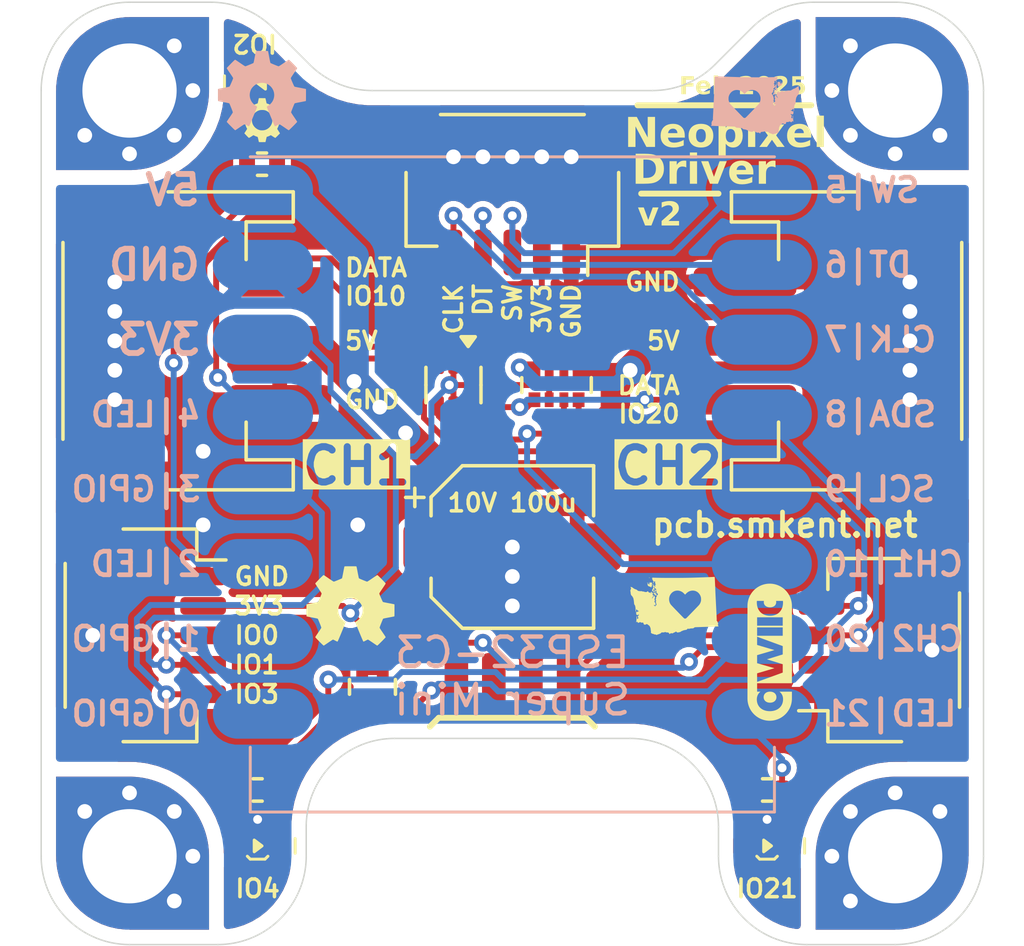
<source format=kicad_pcb>
(kicad_pcb (version 20240108) (generator "pcbnew") (generator_version "8.0")
  (layers (0 "F.Cu" signal) (31 "B.Cu" signal) (34 "B.Paste" user) (35 "F.Paste" user) (36 "B.SilkS" user "B.Silkscreen") (37 "F.SilkS" user "F.Silkscreen") (38 "B.Mask" user) (39 "F.Mask" user) (44 "Edge.Cuts" user))
  (net 0 "")
  (net 1 "GND")
  (net 2 "+3V3")
  (net 3 "+5V")
  (net 4 "SDA")
  (net 5 "SCL")
  (net 6 "NEOPIXEL_1_DATA_5V")
  (net 7 "NEOPIXEL_2_DATA_5V")
  (net 8 "ENCODER_CLK")
  (net 9 "ENCODER_BUTTON")
  (net 10 "ENCODER_DT")
  (net 11 "NEOPIXEL_1_DATA_3V3")
  (net 12 "NEOPIXEL_2_DATA_3V3")
  (net 13 "STATUS_LED")
  (net 14 "Net-(LED0-A)")
  (net 15 "IO1{slash}DT{slash}LOAD")
  (net 16 "Net-(LED1-A)")
  (net 17 "IO0{slash}SW{slash}DATA")
  (net 18 "Net-(LED2-A)")
  (net 19 "IO3{slash}CLK")
  (net 20 "GPIO4")
  (net 21 "GPIO21")
  (footprint "graphics:icon-gear-1.5mm" (layer "F.Cu") (at 95.5 24)
    (property "Reference" "G***" (hide yes))
    (property "Value" "LOGO" (hide yes))
  )
  (footprint "graphics:wa-state-heart-3mm" (layer "F.Cu") (at 109.5 40.5)
    (property "Reference" "G***" (hide yes))
    (property "Value" "LOGO" (hide yes))
  )
  (footprint "connector:JST_SH_SM05B-SRSS-TB_1x05-1MP_P1.00mm_Horizontal" (layer "F.Cu") (at 104 26.5 180)
    (property "Reference" "J4")
    (property "Value" "JST SH")
    (pad "1" smd roundrect (at -2 -2 180) (size 0.6 1.55) (layers "F.Cu" "F.Paste" "F.Mask") (net 1 "GND"))
    (pad "2" smd roundrect (at -1 -2 180) (size 0.6 1.55) (layers "F.Cu" "F.Paste" "F.Mask") (net 2 "+3V3"))
    (pad "3" smd roundrect (at 0 -2 180) (size 0.6 1.55) (layers "F.Cu" "F.Paste" "F.Mask") (net 9 "ENCODER_BUTTON"))
    (pad "4" smd roundrect (at 1 -2 180) (size 0.6 1.55) (layers "F.Cu" "F.Paste" "F.Mask") (net 10 "ENCODER_DT"))
    (pad "5" smd roundrect (at 2 -2 180) (size 0.6 1.55) (layers "F.Cu" "F.Paste" "F.Mask") (net 8 "ENCODER_CLK"))
    (pad "MP" smd roundrect (at -3.3 1.875 180) (size 1.2 1.8) (layers "F.Cu" "F.Paste" "F.Mask") (roundrect_rratio 0.208333) (net 1 "GND"))
    (pad "MP" smd roundrect (at 3.3 1.875 180) (size 1.2 1.8) (layers "F.Cu" "F.Paste" "F.Mask") (roundrect_rratio 0.208333) (net 1 "GND"))
  )
  (footprint "Capacitor_SMD:CP_Elec_5x5.4" (layer "F.Cu") (at 104 38.5)
    (property "Reference" "C1" (hide yes))
    (property "Value" "100u")
    (pad "1" smd roundrect (at -2.2 0) (size 3 1.6) (layers "F.Cu" "F.Paste" "F.Mask") (roundrect_rratio 0.15625) (net 3 "+5V"))
    (pad "2" smd roundrect (at 2.2 0) (size 3 1.6) (layers "F.Cu" "F.Paste" "F.Mask") (roundrect_rratio 0.15625) (net 1 "GND"))
  )
  (footprint "discrete:LED_SideEmitter_1.7x1.1mm" (layer "F.Cu") (at 112.65 48.65 180)
    (property "Reference" "LED2" (hide yes))
    (property "Value" "XL-1606UGC")
    (pad "1" smd roundrect (at -0.8 0 270) (size 0.8 0.7) (layers "F.Cu" "F.Paste" "F.Mask") (net 1 "GND"))
    (pad "2" smd roundrect (at 0.8 0 270) (size 0.8 0.7) (layers "F.Cu" "F.Paste" "F.Mask") (net 18 "Net-(LED2-A)"))
  )
  (footprint "connector:STEMMA-Signal-SMD-horizontal" (layer "F.Cu") (at 114.75 31.5 90)
    (property "Reference" "J3" (hide yes))
    (property "Value" "STEMMA-Signal")
    (pad "1" smd roundrect (at -2 -2.85 90) (size 1 3.5) (layers "F.Cu" "F.Paste" "F.Mask") (net 7 "NEOPIXEL_2_DATA_5V"))
    (pad "2" smd roundrect (at 0 -2.85 90) (size 1 3.5) (layers "F.Cu" "F.Paste" "F.Mask") (net 3 "+5V"))
    (pad "3" smd roundrect (at 2 -2.85 90) (size 1 3.5) (layers "F.Cu" "F.Paste" "F.Mask") (net 1 "GND"))
    (pad "MP" smd roundrect (at -4.35 2.9 90) (size 1.5 3.4) (layers "F.Cu" "F.Paste" "F.Mask") (roundrect_rratio 0.166667) (net 1 "GND"))
    (pad "MP" smd roundrect (at 4.35 2.9 90) (size 1.5 3.4) (layers "F.Cu" "F.Paste" "F.Mask") (roundrect_rratio 0.166667) (net 1 "GND"))
  )
  (footprint "mechanical:MountingHole_3.2mm_M3_5.4mm_Pad_Via_corner" (layer "F.Cu") (at 91 49)
    (property "Reference" "REF**" (hide yes))
    (property "Value" "MountingHole_3.2mm_M3_5.4mm_Pad_Via_corner" (hide yes))
    (pad "1" thru_hole circle (at -1.52 -1.52) (size 0.6 0.6) (drill 0.5) (layers "*.Cu" "*.Mask"))
    (pad "1" thru_hole circle (at 0 -2.15) (size 0.6 0.6) (drill 0.5) (layers "*.Cu" "*.Mask"))
    (pad "1" thru_hole custom (at 0 0) (size 4.99 5) (drill 3.2) (layers "*.Cu" "*.Mask") (clearance 0.5) (options (clearance outline) (anchor circle)) (primitives (gr_poly (pts (arc (start 2.7 0) (mid 1.909188 -1.909188) (end 0 -2.7)) (xy -2.495 -2.7) (xy -2.495 0) (xy 0 2.495) (xy 2.7 2.495)) (width 0) (fill yes))))
    (pad "1" thru_hole circle (at 1.52 -1.52) (size 0.6 0.6) (drill 0.5) (layers "*.Cu" "*.Mask"))
    (pad "1" thru_hole circle (at 1.52 1.52) (size 0.6 0.6) (drill 0.5) (layers "*.Cu" "*.Mask"))
    (pad "1" thru_hole circle (at 2.15 0) (size 0.6 0.6) (drill 0.5) (layers "*.Cu" "*.Mask"))
  )
  (footprint "mechanical:MountingHole_3.2mm_M3_5.4mm_Pad_Via_corner" (layer "F.Cu") (at 91 23 -90)
    (property "Reference" "REF**" (hide yes))
    (property "Value" "MountingHole_3.2mm_M3_5.4mm_Pad_Via_corner" (hide yes))
    (pad "1" thru_hole circle (at -1.52 -1.52 270) (size 0.6 0.6) (drill 0.5) (layers "*.Cu" "*.Mask"))
    (pad "1" thru_hole circle (at 0 -2.15 270) (size 0.6 0.6) (drill 0.5) (layers "*.Cu" "*.Mask"))
    (pad "1" thru_hole custom (at 0 0 270) (size 4.99 5) (drill 3.2) (layers "*.Cu" "*.Mask") (clearance 0.5) (options (clearance outline) (anchor circle)) (primitives (gr_poly (pts (arc (start 2.7 0) (mid 1.909188 -1.909188) (end 0 -2.7)) (xy -2.495 -2.7) (xy -2.495 0) (xy 0 2.495) (xy 2.7 2.495)) (width 0) (fill yes))))
    (pad "1" thru_hole circle (at 1.52 -1.52 270) (size 0.6 0.6) (drill 0.5) (layers "*.Cu" "*.Mask"))
    (pad "1" thru_hole circle (at 1.52 1.52 270) (size 0.6 0.6) (drill 0.5) (layers "*.Cu" "*.Mask"))
    (pad "1" thru_hole circle (at 2.15 0 270) (size 0.6 0.6) (drill 0.5) (layers "*.Cu" "*.Mask"))
  )
  (footprint "mechanical:MountingHole_3.2mm_M3_5.4mm_Pad_Via_corner" (layer "F.Cu") (at 117 49 90)
    (property "Reference" "REF**" (hide yes))
    (property "Value" "MountingHole_3.2mm_M3_5.4mm_Pad_Via_corner" (hide yes))
    (pad "1" thru_hole circle (at -1.52 -1.52 90) (size 0.6 0.6) (drill 0.5) (layers "*.Cu" "*.Mask"))
    (pad "1" thru_hole circle (at 0 -2.15 90) (size 0.6 0.6) (drill 0.5) (layers "*.Cu" "*.Mask"))
    (pad "1" thru_hole custom (at 0 0 90) (size 4.99 5) (drill 3.2) (layers "*.Cu" "*.Mask") (clearance 0.5) (options (clearance outline) (anchor circle)) (primitives (gr_poly (pts (arc (start 2.7 0) (mid 1.909188 -1.909188) (end 0 -2.7)) (xy -2.495 -2.7) (xy -2.495 0) (xy 0 2.495) (xy 2.7 2.495)) (width 0) (fill yes))))
    (pad "1" thru_hole circle (at 1.52 -1.52 90) (size 0.6 0.6) (drill 0.5) (layers "*.Cu" "*.Mask"))
    (pad "1" thru_hole circle (at 1.52 1.52 90) (size 0.6 0.6) (drill 0.5) (layers "*.Cu" "*.Mask"))
    (pad "1" thru_hole circle (at 2.15 0 90) (size 0.6 0.6) (drill 0.5) (layers "*.Cu" "*.Mask"))
  )
  (footprint "connector:Qwiic-SMD-horizontal-logo" (layer "F.Cu") (at 116.5 42 90)
    (property "Reference" "J1" (hide yes))
    (property "Value" "Qwiic")
    (pad "1" smd roundrect (at -1.5 -2 90) (size 0.6 1.55) (layers "F.Cu" "F.Paste" "F.Mask") (net 1 "GND"))
    (pad "2" smd roundrect (at -0.5 -2 90) (size 0.6 1.55) (layers "F.Cu" "F.Paste" "F.Mask") (net 2 "+3V3"))
    (pad "3" smd roundrect (at 0.5 -2 90) (size 0.6 1.55) (layers "F.Cu" "F.Paste" "F.Mask") (net 4 "SDA"))
    (pad "4" smd roundrect (at 1.5 -2 90) (size 0.6 1.55) (layers "F.Cu" "F.Paste" "F.Mask") (net 5 "SCL"))
    (pad "MP" smd roundrect (at -2.8 1.875 90) (size 1.2 1.8) (layers "F.Cu" "F.Paste" "F.Mask") (roundrect_rratio 0.208333) (net 1 "GND"))
    (pad "MP" smd roundrect (at 2.8 1.875 90) (size 1.2 1.8) (layers "F.Cu" "F.Paste" "F.Mask") (roundrect_rratio 0.208333) (net 1 "GND"))
  )
  (footprint "Resistor_SMD:R_Array_Convex_2x0402" (layer "F.Cu") (at 99.25 43.25 90)
    (property "Reference" "RN2" (hide yes))
    (property "Value" "5K36")
    (pad "1" smd rect (at -0.5 -0.35 90) (size 0.5 0.4) (layers "F.Cu" "F.Paste" "F.Mask") (net 4 "SDA"))
    (pad "2" smd rect (at -0.5 0.35 90) (size 0.5 0.4) (layers "F.Cu" "F.Paste" "F.Mask") (net 5 "SCL"))
    (pad "3" smd rect (at 0.5 0.35 90) (size 0.5 0.4) (layers "F.Cu" "F.Paste" "F.Mask") (net 2 "+3V3"))
    (pad "4" smd rect (at 0.5 -0.35 90) (size 0.5 0.4) (layers "F.Cu" "F.Paste" "F.Mask") (net 2 "+3V3"))
  )
  (footprint "Resistor_SMD:R_Array_Convex_4x0402" (layer "F.Cu") (at 105.5 33 90)
    (property "Reference" "RN1" (hide yes))
    (property "Value" "10K")
    (pad "1" smd rect (at -0.5 -0.75 90) (size 0.5 0.4) (layers "F.Cu" "F.Paste" "F.Mask") (net 7 "NEOPIXEL_2_DATA_5V"))
    (pad "2" smd rect (at -0.5 -0.25 90) (size 0.5 0.3) (layers "F.Cu" "F.Paste" "F.Mask") (net 2 "+3V3"))
    (pad "3" smd rect (at -0.5 0.25 90) (size 0.5 0.3) (layers "F.Cu" "F.Paste" "F.Mask") (net 11 "NEOPIXEL_1_DATA_3V3"))
    (pad "4" smd rect (at -0.5 0.75 90) (size 0.5 0.4) (layers "F.Cu" "F.Paste" "F.Mask") (net 6 "NEOPIXEL_1_DATA_5V"))
    (pad "5" smd rect (at 0.5 0.75 90) (size 0.5 0.4) (layers "F.Cu" "F.Paste" "F.Mask") (net 3 "+5V"))
    (pad "6" smd rect (at 0.5 0.25 90) (size 0.5 0.3) (layers "F.Cu" "F.Paste" "F.Mask") (net 2 "+3V3"))
    (pad "7" smd rect (at 0.5 -0.25 90) (size 0.5 0.3) (layers "F.Cu" "F.Paste" "F.Mask") (net 12 "NEOPIXEL_2_DATA_3V3"))
    (pad "8" smd rect (at 0.5 -0.75 90) (size 0.5 0.4) (layers "F.Cu" "F.Paste" "F.Mask") (net 3 "+5V"))
  )
  (footprint "connector:STEMMA-Signal-SMD-horizontal" (layer "F.Cu") (at 93.25 31.5 -90)
    (property "Reference" "J2" (hide yes))
    (property "Value" "STEMMA-Signal")
    (pad "1" smd roundrect (at -2 -2.85 270) (size 1 3.5) (layers "F.Cu" "F.Paste" "F.Mask") (net 6 "NEOPIXEL_1_DATA_5V"))
    (pad "2" smd roundrect (at 0 -2.85 270) (size 1 3.5) (layers "F.Cu" "F.Paste" "F.Mask") (net 3 "+5V"))
    (pad "3" smd roundrect (at 2 -2.85 270) (size 1 3.5) (layers "F.Cu" "F.Paste" "F.Mask") (net 1 "GND"))
    (pad "MP" smd roundrect (at -4.35 2.9 270) (size 1.5 3.4) (layers "F.Cu" "F.Paste" "F.Mask") (roundrect_rratio 0.166667) (net 1 "GND"))
    (pad "MP" smd roundrect (at 4.35 2.9 270) (size 1.5 3.4) (layers "F.Cu" "F.Paste" "F.Mask") (roundrect_rratio 0.166667) (net 1 "GND"))
  )
  (footprint "discrete:LED_SideEmitter_1.7x1.1mm" (layer "F.Cu") (at 95.35 48.65 180)
    (property "Reference" "LED1" (hide yes))
    (property "Value" "XL-1606UBC")
    (pad "1" smd roundrect (at -0.8 0 270) (size 0.8 0.7) (layers "F.Cu" "F.Paste" "F.Mask") (net 1 "GND"))
    (pad "2" smd roundrect (at 0.8 0 270) (size 0.8 0.7) (layers "F.Cu" "F.Paste" "F.Mask") (net 16 "Net-(LED1-A)"))
  )
  (footprint "discrete:LED_SideEmitter_1.7x1.1mm" (layer "F.Cu") (at 95.5 22.75)
    (property "Reference" "LED0" (hide yes))
    (property "Value" "XL-1606UWC")
    (pad "1" smd roundrect (at -0.8 0 90) (size 0.8 0.7) (layers "F.Cu" "F.Paste" "F.Mask") (net 1 "GND"))
    (pad "2" smd roundrect (at 0.8 0 90) (size 0.8 0.7) (layers "F.Cu" "F.Paste" "F.Mask") (net 14 "Net-(LED0-A)"))
  )
  (footprint "Resistor_SMD:R_0402_1005Metric" (layer "F.Cu") (at 95.35 46.75 180)
    (property "Reference" "R1" (hide yes))
    (property "Value" "5K1")
    (pad "1" smd roundrect (at -0.51 0 180) (size 0.54 0.64) (layers "F.Cu" "F.Paste" "F.Mask") (net 20 "GPIO4"))
    (pad "2" smd roundrect (at 0.51 0 180) (size 0.54 0.64) (layers "F.Cu" "F.Paste" "F.Mask") (net 16 "Net-(LED1-A)"))
  )
  (footprint "Resistor_SMD:R_0402_1005Metric" (layer "F.Cu") (at 112.65 46.75 180)
    (property "Reference" "R2" (hide yes))
    (property "Value" "10K")
    (pad "1" smd roundrect (at -0.51 0 180) (size 0.54 0.64) (layers "F.Cu" "F.Paste" "F.Mask") (net 21 "GPIO21"))
    (pad "2" smd roundrect (at 0.51 0 180) (size 0.54 0.64) (layers "F.Cu" "F.Paste" "F.Mask") (net 18 "Net-(LED2-A)"))
  )
  (footprint "discrete:Sensor_VEML7700-TR" (layer "F.Cu") (at 104 43 180)
    (property "Reference" "U1" (hide yes))
    (property "Value" "VEML7700")
    (pad "1" smd roundrect (at 1.9 0 180) (size 0.8 1.8) (layers "F.Cu" "F.Paste" "F.Mask") (net 5 "SCL"))
    (pad "2" smd roundrect (at 0.63 0 180) (size 0.8 1.8) (layers "F.Cu" "F.Paste" "F.Mask") (net 2 "+3V3"))
    (pad "3" smd roundrect (at -0.63 0 180) (size 0.8 1.8) (layers "F.Cu" "F.Paste" "F.Mask") (net 1 "GND"))
    (pad "4" smd roundrect (at -1.91 0 180) (size 0.8 1.8) (layers "F.Cu" "F.Paste" "F.Mask") (net 4 "SDA"))
  )
  (footprint "Package_TO_SOT_SMD:SOT-563" (layer "F.Cu") (at 102 33 -90)
    (property "Reference" "Q1" (hide yes))
    (property "Value" "PDNM6ET20V05")
    (pad "1" smd roundrect (at -0.7125 -0.5 270) (size 0.675 0.35) (layers "F.Cu" "F.Paste" "F.Mask") (net 12 "NEOPIXEL_2_DATA_3V3"))
    (pad "2" smd roundrect (at -0.7125 0 270) (size 0.675 0.35) (layers "F.Cu" "F.Paste" "F.Mask") (net 2 "+3V3"))
    (pad "3" smd roundrect (at -0.7125 0.5 270) (size 0.675 0.35) (layers "F.Cu" "F.Paste" "F.Mask") (net 6 "NEOPIXEL_1_DATA_5V"))
    (pad "4" smd roundrect (at 0.7125 0.5 270) (size 0.675 0.35) (layers "F.Cu" "F.Paste" "F.Mask") (net 11 "NEOPIXEL_1_DATA_3V3"))
    (pad "5" smd roundrect (at 0.7125 0 270) (size 0.675 0.35) (layers "F.Cu" "F.Paste" "F.Mask") (net 2 "+3V3"))
    (pad "6" smd roundrect (at 0.7125 -0.5 270) (size 0.675 0.35) (layers "F.Cu" "F.Paste" "F.Mask") (net 7 "NEOPIXEL_2_DATA_5V"))
  )
  (footprint "connector:JST_SH_SM05B-SRSS-TB_1x05-1MP_P1.00mm_Horizontal" (layer "F.Cu") (at 91.5 41.5 -90)
    (property "Reference" "J5")
    (property "Value" "JST SH")
    (pad "1" smd roundrect (at -2 -2 270) (size 0.6 1.55) (layers "F.Cu" "F.Paste" "F.Mask") (net 1 "GND"))
    (pad "2" smd roundrect (at -1 -2 270) (size 0.6 1.55) (layers "F.Cu" "F.Paste" "F.Mask") (net 2 "+3V3"))
    (pad "3" smd roundrect (at 0 -2 270) (size 0.6 1.55) (layers "F.Cu" "F.Paste" "F.Mask") (net 17 "IO0{slash}SW{slash}DATA"))
    (pad "4" smd roundrect (at 1 -2 270) (size 0.6 1.55) (layers "F.Cu" "F.Paste" "F.Mask") (net 15 "IO1{slash}DT{slash}LOAD"))
    (pad "5" smd roundrect (at 2 -2 270) (size 0.6 1.55) (layers "F.Cu" "F.Paste" "F.Mask") (net 19 "IO3{slash}CLK"))
    (pad "MP" smd roundrect (at -3.3 1.875 270) (size 1.2 1.8) (layers "F.Cu" "F.Paste" "F.Mask") (roundrect_rratio 0.208333) (net 1 "GND"))
    (pad "MP" smd roundrect (at 3.3 1.875 270) (size 1.2 1.8) (layers "F.Cu" "F.Paste" "F.Mask") (roundrect_rratio 0.208333) (net 1 "GND"))
  )
  (footprint "graphics:oshw-logo-3mm" (layer "F.Cu") (at 98.5 40.5)
    (property "Reference" "G***" (hide yes))
    (property "Value" "LOGO" (hide yes))
  )
  (footprint "Resistor_SMD:R_0402_1005Metric" (layer "F.Cu") (at 95.5 25.5)
    (property "Reference" "R0" (hide yes))
    (property "Value" "5K1")
    (pad "1" smd roundrect (at -0.51 0) (size 0.54 0.64) (layers "F.Cu" "F.Paste" "F.Mask") (net 13 "STATUS_LED"))
    (pad "2" smd roundrect (at 0.51 0) (size 0.54 0.64) (layers "F.Cu" "F.Paste" "F.Mask") (net 14 "Net-(LED0-A)"))
  )
  (footprint "mechanical:MountingHole_3.2mm_M3_5.4mm_Pad_Via_corner" (layer "F.Cu") (at 117 23 180)
    (property "Reference" "REF**" (hide yes))
    (property "Value" "MountingHole_3.2mm_M3_5.4mm_Pad_Via_corner" (hide yes))
    (pad "1" thru_hole circle (at -1.52 -1.52 180) (size 0.6 0.6) (drill 0.5) (layers "*.Cu" "*.Mask"))
    (pad "1" thru_hole circle (at 0 -2.15 180) (size 0.6 0.6) (drill 0.5) (layers "*.Cu" "*.Mask"))
    (pad "1" thru_hole custom (at 0 0 180) (size 4.99 5) (drill 3.2) (layers "*.Cu" "*.Mask") (clearance 0.5) (options (clearance outline) (anchor circle)) (primitives (gr_poly (pts (arc (start 2.7 0) (mid 1.909188 -1.909188) (end 0 -2.7)) (xy -2.495 -2.7) (xy -2.495 0) (xy 0 2.495) (xy 2.7 2.495)) (width 0) (fill yes))))
    (pad "1" thru_hole circle (at 1.52 -1.52 180) (size 0.6 0.6) (drill 0.5) (layers "*.Cu" "*.Mask"))
    (pad "1" thru_hole circle (at 1.52 1.52 180) (size 0.6 0.6) (drill 0.5) (layers "*.Cu" "*.Mask"))
    (pad "1" thru_hole circle (at 2.15 0 180) (size 0.6 0.6) (drill 0.5) (layers "*.Cu" "*.Mask"))
  )
  (footprint "graphics:oshw-logo-3mm" (layer "B.Cu") (at 95.5 23 180)
    (property "Reference" "G***" (hide yes))
    (property "Value" "LOGO" (hide yes))
  )
  (footprint "graphics:wa-state-heart-3mm" (layer "B.Cu") (at 112.25 23.5 180)
    (property "Reference" "G***" (hide yes))
    (property "Value" "LOGO" (hide yes))
  )
  (footprint "module:ESP32-C3-Super-Mini-Castellated-SMD-only" (layer "B.Cu") (at 104 34 180)
    (property "Reference" "SM1" (hide yes))
    (property "Value" "~")
    (pad "0" smd oval (at 7.62 -10.16) (size 3.4 1.7) (drill (offset -0.85 0)) (layers "B.Cu" "B.Mask") (net 17 "IO0{slash}SW{slash}DATA"))
    (pad "1" smd oval (at 7.62 -7.62) (size 3.4 1.7) (drill (offset -0.85 0)) (layers "B.Cu" "B.Mask") (net 15 "IO1{slash}DT{slash}LOAD"))
    (pad "2" smd oval (at 7.62 -5.08) (size 3.4 1.7) (drill (offset -0.85 0)) (layers "B.Cu" "B.Mask") (net 13 "STATUS_LED"))
    (pad "3" smd oval (at 7.62 -2.54) (size 3.4 1.7) (drill (offset -0.85 0)) (layers "B.Cu" "B.Mask") (net 19 "IO3{slash}CLK"))
    (pad "3V3" smd oval (at 7.62 2.54) (size 3.4 1.7) (drill (offset -0.85 0)) (layers "B.Cu" "B.Mask") (net 2 "+3V3"))
    (pad "4" smd oval (at 7.62 0) (size 3.4 1.7) (drill (offset -0.85 0)) (layers "B.Cu" "B.Mask") (net 12 "NEOPIXEL_2_DATA_3V3"))
    (pad "5" smd oval (at -7.62 7.62) (size 3.4 1.7) (drill (offset 0.85 0)) (layers "B.Cu" "B.Mask") (net 9 "ENCODER_BUTTON"))
    (pad "5V" smd oval (at 7.62 7.62) (size 3.4 1.7) (drill (offset -0.85 0)) (layers "B.Cu" "B.Mask") (net 3 "+5V"))
    (pad "6" smd oval (at -7.62 5.08) (size 3.4 1.7) (drill (offset 0.85 0)) (layers "B.Cu" "B.Mask") (net 10 "ENCODER_DT"))
    (pad "7" smd oval (at -7.62 2.54) (size 3.4 1.7) (drill (offset 0.85 0)) (layers "B.Cu" "B.Mask") (net 8 "ENCODER_CLK"))
    (pad "8" smd oval (at -7.62 0) (size 3.4 1.7) (drill (offset 0.85 0)) (layers "B.Cu" "B.Mask") (net 4 "SDA"))
    (pad "9" smd oval (at -7.62 -2.54) (size 3.4 1.7) (drill (offset 0.85 0)) (layers "B.Cu" "B.Mask") (net 5 "SCL"))
    (pad "10" smd oval (at -7.62 -5.08) (size 3.4 1.7) (drill (offset 0.85 0)) (layers "B.Cu" "B.Mask") (net 11 "NEOPIXEL_1_DATA_3V3"))
    (pad "20" smd oval (at -7.62 -7.62) (size 3.4 1.7) (drill (offset 0.85 0)) (layers "B.Cu" "B.Mask") (net 20 "GPIO4"))
    (pad "21" smd oval (at -7.62 -10.16) (size 3.4 1.7) (drill (offset 0.85 0)) (layers "B.Cu" "B.Mask") (net 21 "GPIO21"))
    (pad "G" smd oval (at 7.62 5.08) (size 3.4 1.7) (drill (offset -0.85 0)) (layers "B.Cu" "B.Mask") (net 1 "GND"))
  )
  (gr_line (start 108.375 26.5) (end 111 26.5) (stroke (width 0.2)) (layer "F.SilkS"))
  (gr_line (start 108.25 23.5) (end 114.15 23.5) (stroke (width 0.2)) (layer "F.SilkS"))
  (gr_arc (start 110.87868 22.12132) (mid 109.905407 22.771625) (end 108.757359 23) (stroke (width 0.05)) (layer "Edge.Cuts"))
  (gr_line (start 114 52) (end 117 52) (stroke (width 0.05)) (layer "Edge.Cuts"))
  (gr_arc (start 93.757359 20) (mid 94.905418 20.228348) (end 95.878679 20.878679) (stroke (width 0.05)) (layer "Edge.Cuts"))
  (gr_arc (start 112.121321 20.878679) (mid 113.094593 20.228374) (end 114.242641 20) (stroke (width 0.05)) (layer "Edge.Cuts"))
  (gr_arc (start 99.242641 23) (mid 98.09459 22.771638) (end 97.12132 22.12132) (stroke (width 0.05)) (layer "Edge.Cuts"))
  (gr_line (start 111 48) (end 111 49) (stroke (width 0.05)) (layer "Edge.Cuts"))
  (gr_line (start 94 52) (end 91 52) (stroke (width 0.05)) (layer "Edge.Cuts"))
  (gr_arc (start 120 49) (mid 119.12132 51.12132) (end 117 52) (stroke (width 0.05)) (layer "Edge.Cuts"))
  (gr_arc (start 97 48) (mid 97.87868 45.87868) (end 100 45) (stroke (width 0.05)) (layer "Edge.Cuts"))
  (gr_line (start 88 49) (end 88 23) (stroke (width 0.05)) (layer "Edge.Cuts"))
  (gr_line (start 91 20) (end 93.757359 20) (stroke (width 0.05)) (layer "Edge.Cuts"))
  (gr_line (start 97.12132 22.12132) (end 95.878679 20.878679) (stroke (width 0.05)) (layer "Edge.Cuts"))
  (gr_arc (start 108 45) (mid 110.12132 45.87868) (end 111 48) (stroke (width 0.05)) (layer "Edge.Cuts"))
  (gr_line (start 100 45) (end 108 45) (stroke (width 0.05)) (layer "Edge.Cuts"))
  (gr_arc (start 117 20) (mid 119.12132 20.87868) (end 120 23) (stroke (width 0.05)) (layer "Edge.Cuts"))
  (gr_line (start 117 20) (end 114.242641 20) (stroke (width 0.05)) (layer "Edge.Cuts"))
  (gr_arc (start 114 52) (mid 111.87868 51.12132) (end 111 49) (stroke (width 0.05)) (layer "Edge.Cuts"))
  (gr_line (start 97 49) (end 97 48) (stroke (width 0.05)) (layer "Edge.Cuts"))
  (gr_arc (start 91 52) (mid 88.87868 51.12132) (end 88 49) (stroke (width 0.05)) (layer "Edge.Cuts"))
  (gr_line (start 110.87868 22.12132) (end 112.121321 20.878679) (stroke (width 0.05)) (layer "Edge.Cuts"))
  (gr_line (start 108.757359 23) (end 99.242641 23) (stroke (width 0.05)) (layer "Edge.Cuts"))
  (gr_arc (start 88 23) (mid 88.87868 20.87868) (end 91 20) (stroke (width 0.05)) (layer "Edge.Cuts"))
  (gr_arc (start 97 49) (mid 96.12132 51.12132) (end 94 52) (stroke (width 0.05)) (layer "Edge.Cuts"))
  (gr_line (start 120 23) (end 120 49) (stroke (width 0.05)) (layer "Edge.Cuts"))
  (gr_text "SW|5" (at 114.5 26.38 0) (layer "B.SilkS") (effects (font (size 0.8 0.8) (thickness 0.16) (bold yes)) (justify right mirror)))
  (gr_text "4|LED" (at 93.5 34 0) (layer "B.SilkS") (effects (font (size 0.8 0.8) (thickness 0.16) (bold yes)) (justify left mirror)))
  (gr_text "5V" (at 93.5 26.38 0) (layer "B.SilkS") (effects (font (size 1 1) (thickness 0.2) (bold yes)) (justify left mirror)))
  (gr_text "CH1|10" (at 114.5 39.08 0) (layer "B.SilkS") (effects (font (size 0.8 0.8) (thickness 0.16) (bold yes)) (justify right mirror)))
  (gr_text "LED|21" (at 114.5 44.16 0) (layer "B.SilkS") (effects (font (size 0.8 0.8) (thickness 0.16) (bold yes)) (justify right mirror)))
  (gr_text "1|GPIO" (at 93.5 41.62 0) (layer "B.SilkS") (effects (font (size 0.8 0.8) (thickness 0.16) (bold yes)) (justify left mirror)))
  (gr_text "SDA|8" (at 114.5 34 0) (layer "B.SilkS") (effects (font (size 0.8 0.8) (thickness 0.16) (bold yes)) (justify right mirror)))
  (gr_text "3|GPIO" (at 93.5 36.54 0) (layer "B.SilkS") (effects (font (size 0.8 0.8) (thickness 0.16) (bold yes)) (justify left mirror)))
  (gr_text "SCL|9" (at 114.5 36.54 0) (layer "B.SilkS") (effects (font (size 0.8 0.8) (thickness 0.16) (bold yes)) (justify right mirror)))
  (gr_text "CLK|7" (at 114.5 31.46 0) (layer "B.SilkS") (effects (font (size 0.8 0.8) (thickness 0.16) (bold yes)) (justify right mirror)))
  (gr_text "DT|6" (at 114.5 28.92 0) (layer "B.SilkS") (effects (font (size 0.8 0.8) (thickness 0.16) (bold yes)) (justify right mirror)))
  (gr_text "CH2|20" (at 114.5 41.62 0) (layer "B.SilkS") (effects (font (size 0.8 0.8) (thickness 0.16) (bold yes)) (justify right mirror)))
  (gr_text "0|GPIO" (at 93.5 44.16 0) (layer "B.SilkS") (effects (font (size 0.8 0.8) (thickness 0.16) (bold yes)) (justify left mirror)))
  (gr_text "2|LED" (at 93.5 39.08 0) (layer "B.SilkS") (effects (font (size 0.8 0.8) (thickness 0.16) (bold yes)) (justify left mirror)))
  (gr_text "3V3" (at 93.5 31.46 0) (layer "B.SilkS") (effects (font (size 1 1) (thickness 0.2) (bold yes)) (justify left mirror)))
  (gr_text "GND" (at 93.5 28.92 0) (layer "B.SilkS") (effects (font (size 1 1) (thickness 0.2) (bold yes)) (justify left mirror)))
  (gr_text "CH2" (at 111.25 35.75 0) (layer "F.SilkS" knockout) (effects (font (size 1.2 1.2) (thickness 0.24) (bold yes)) (justify right)))
  (gr_text "v2" (at 108.25 27.25 0) (layer "F.SilkS") (effects (font (size 0.8 0.8) (thickness 0.24) (bold yes)) (justify left)))
  (gr_text "IO1" (at 94.5 42.5 0) (layer "F.SilkS") (effects (font (size 0.6 0.6) (thickness 0.12) (bold yes)) (justify left)))
  (gr_text "CLK" (at 102 29.5 90) (layer "F.SilkS") (effects (font (size 0.6 0.6) (thickness 0.12) (bold yes)) (justify right)))
  (gr_text "5V" (at 98.25 31.5 0) (layer "F.SilkS") (effects (font (size 0.6 0.6) (thickness 0.12) (bold yes)) (justify left)))
  (gr_text "CH1" (at 96.75 35.75 0) (layer "F.SilkS" knockout) (effects (font (size 1.2 1.2) (thickness 0.24) (bold yes)) (justify left)))
  (gr_text "GND" (at 98.25 33.5 0) (layer "F.SilkS") (effects (font (size 0.6 0.6) (thickness 0.12) (bold yes)) (justify left)))
  (gr_text "Driver" (at 110.5 25.75 0) (layer "F.SilkS") (effects (font (size 1 1) (thickness 0.3) (bold yes))))
  (gr_text "pcb.smkent.net" (at 113.25 37.75 -0) (layer "F.SilkS") (effects (font (size 0.8 0.8) (thickness 0.16) (bold yes))))
  (gr_text "IO21" (at 112.65 49.75 0) (layer "F.SilkS") (effects (font (size 0.6 0.6) (thickness 0.12) (bold yes)) (justify top)))
  (gr_text "5V" (at 109.75 31.5 0) (layer "F.SilkS") (effects (font (size 0.6 0.6) (thickness 0.12) (bold yes)) (justify right)))
  (gr_text "10V 100u" (at 104 37 0) (layer "F.SilkS") (effects (font (size 0.6 0.6) (thickness 0.12) (bold yes))))
  (gr_text "DATA\nIO20" (at 109.75 33.5 0) (layer "F.SilkS") (effects (font (size 0.6 0.6) (thickness 0.12) (bold yes)) (justify right)))
  (gr_text "Neopixel" (at 111.25 24.5 0) (layer "F.SilkS") (effects (font (size 1 1) (thickness 0.3) (bold yes))))
  (gr_text "GND" (at 106 29.5 90) (layer "F.SilkS") (effects (font (size 0.6 0.6) (thickness 0.12) (bold yes)) (justify right)))
  (gr_text "Feb 2025" (at 114 22.875 0) (layer "F.SilkS") (effects (font (size 0.6 0.6) (thickness 0.12) (bold yes)) (justify right)))
  (gr_text "IO0" (at 94.5 41.5 0) (layer "F.SilkS") (effects (font (size 0.6 0.6) (thickness 0.12) (bold yes)) (justify left)))
  (gr_text "GND" (at 109.75 29.5 0) (layer "F.SilkS") (effects (font (size 0.6 0.6) (thickness 0.12) (bold yes)) (justify right)))
  (gr_text "IO3" (at 94.5 43.5 0) (layer "F.SilkS") (effects (font (size 0.6 0.6) (thickness 0.12) (bold yes)) (justify left)))
  (gr_text "GND" (at 94.5 39.5 0) (layer "F.SilkS") (effects (font (size 0.6 0.6) (thickness 0.12) (bold yes)) (justify left)))
  (gr_text "3V3" (at 94.5 40.5 0) (layer "F.SilkS") (effects (font (size 0.6 0.6) (thickness 0.12) (bold yes)) (justify left)))
  (gr_text "DT" (at 103 29.5 90) (layer "F.SilkS") (effects (font (size 0.6 0.6) (thickness 0.12) (bold yes)) (justify right)))
  (gr_text "IO4" (at 95.35 49.75 0) (layer "F.SilkS") (effects (font (size 0.6 0.6) (thickness 0.12) (bold yes)) (justify top)))
  (gr_text "DATA\nIO10" (at 98.25 29.5 0) (layer "F.SilkS") (effects (font (size 0.6 0.6) (thickness 0.12) (bold yes)) (justify left)))
  (gr_text "3V3" (at 105 29.5 90) (layer "F.SilkS") (effects (font (size 0.6 0.6) (thickness 0.12) (bold yes)) (justify right)))
  (gr_text "IO2" (at 95.25 21.75 180) (layer "F.SilkS") (effects (font (size 0.6 0.6) (thickness 0.12) (bold yes)) (justify top)))
  (gr_text "SW" (at 104 29.5 90) (layer "F.SilkS") (effects (font (size 0.6 0.6) (thickness 0.12) (bold yes)) (justify right)))
  (segment (start 104.63 43) (end 104.63 42.37) (width 0.5) (layer "F.Cu") (net 1))
  (segment (start 104.63 42.38) (end 104 41.75) (width 0.5) (layer "F.Cu") (net 1))
  (segment (start 104.63 42.37) (end 105.25 41.75) (width 0.5) (layer "F.Cu") (net 1))
  (segment (start 104.63 43) (end 104.63 42.38) (width 0.5) (layer "F.Cu") (net 1))
  (via (at 118.25 42) (size 1) (drill 0.5) (layers "F.Cu" "B.Cu") (net 1))
  (via (at 90.5 33.5) (size 1) (drill 0.5) (layers "F.Cu" "B.Cu") (net 1))
  (via (at 93.5 37.75) (size 1) (drill 0.5) (layers "F.Cu" "B.Cu") (net 1))
  (via (at 104 39.5) (size 1) (drill 0.5) (layers "F.Cu" "B.Cu") (net 1))
  (via (at 117.5 32.5) (size 1) (drill 0.5) (layers "F.Cu" "B.Cu") (net 1))
  (via (at 117.5 29.5) (size 1) (drill 0.5) (layers "F.Cu" "B.Cu") (net 1))
  (via (at 104 40.5) (size 1) (drill 0.5) (layers "F.Cu" "B.Cu") (net 1))
  (via (at 104 38.5) (size 1) (drill 0.5) (layers "F.Cu" "B.Cu") (net 1))
  (via (at 90.5 32.5) (size 1) (drill 0.5) (layers "F.Cu" "B.Cu") (net 1))
  (via (at 93.5 35.25) (size 1) (drill 0.5) (layers "F.Cu" "B.Cu") (net 1))
  (via (at 98.75 37.75) (size 1) (drill 0.5) (layers "F.Cu" "B.Cu") (net 1))
  (via (at 117.5 31.5) (size 1) (drill 0.5) (layers "F.Cu" "B.Cu") (net 1))
  (via (at 117.5 30.5) (size 1) (drill 0.5) (layers "F.Cu" "B.Cu") (net 1))
  (via (at 90.5 31.5) (size 1) (drill 0.5) (layers "F.Cu" "B.Cu") (net 1))
  (via (at 104 25.25) (size 1) (drill 0.5) (layers "F.Cu" "B.Cu") (net 1))
  (via (at 89.75 41.5) (size 1) (drill 0.5) (layers "F.Cu" "B.Cu") (net 1))
  (via (at 90.5 30.5) (size 1) (drill 0.5) (layers "F.Cu" "B.Cu") (net 1))
  (via (at 105 25.25) (size 1) (drill 0.5) (layers "F.Cu" "B.Cu") (net 1))
  (via (at 106 25.25) (size 1) (drill 0.5) (layers "F.Cu" "B.Cu") (net 1))
  (via (at 90.5 29.5) (size 1) (drill 0.5) (layers "F.Cu" "B.Cu") (net 1))
  (via (at 103 25.25) (size 1) (drill 0.5) (layers "F.Cu" "B.Cu") (net 1))
  (via (at 117.5 33.5) (size 1) (drill 0.5) (layers "F.Cu" "B.Cu") (net 1))
  (via (at 112.65 47.75) (size 0.6) (drill 0.3) (layers "F.Cu" "B.Cu") (net 1))
  (via (at 95.35 47.75) (size 0.6) (drill 0.3) (layers "F.Cu" "B.Cu") (net 1))
  (via (at 102 25.25) (size 1) (drill 0.5) (layers "F.Cu" "B.Cu") (net 1))
  (segment (start 105.75 31.934315) (end 105.75 32.5) (width 0.2) (layer "F.Cu") (net 2))
  (segment (start 98.5 40.75) (end 98.9 41.15) (width 0.2) (layer "F.Cu") (net 2))
  (segment (start 114.5 42.5) (end 114 42.5) (width 0.2) (layer "F.Cu") (net 2))
  (segment (start 105.25 33.5) (end 105.25 33.05) (width 0.2) (layer "F.Cu") (net 2))
  (segment (start 101.862559 32.999999) (end 102 32.862558) (width 0.2) (layer "F.Cu") (net 2))
  (segment (start 102 33.13744) (end 102 33.7125) (width 0.2) (layer "F.Cu") (net 2))
  (segment (start 98.9 41.15) (end 98.9 42.75) (width 0.2) (layer "F.Cu") (net 2))
  (segment (start 101.862559 32.999999) (end 102 33.13744) (width 0.2) (layer "F.Cu") (net 2))
  (segment (start 98.9 42.75) (end 99.6 42.75) (width 0.2) (layer "F.Cu") (net 2))
  (segment (start 105.25 33.05) (end 105.3 33) (width 0.2) (layer "F.Cu") (net 2))
  (segment (start 105.25 33.05) (end 105.2 33) (width 0.2) (layer "F.Cu") (net 2))
  (segment (start 105 28.5) (end 105 31.184315) (width 0.2) (layer "F.Cu") (net 2))
  (segment (start 103 41.75) (end 100.6 41.75) (width 0.2) (layer "F.Cu") (net 2))
  (segment (start 102 32.862558) (end 102 32.2875) (width 0.2) (layer "F.Cu") (net 2))
  (segment (start 100.6 41.75) (end 99.6 42.75) (width 0.2) (layer "F.Cu") (net 2))
  (segment (start 105.2 33) (end 102.604722 33) (width 0.2) (layer "F.Cu") (net 2))
  (segment (start 110.5 41.9) (end 110 42.4) (width 0.2) (layer "F.Cu") (net 2))
  (segment (start 102.604722 33) (end 102.604721 32.999999) (width 0.2) (layer "F.Cu") (net 2))
  (segment (start 105.3 33) (end 105.7 33) (width 0.2) (layer "F.Cu") (net 2))
  (segment (start 114 42.5) (end 113.4 41.9) (width 0.2) (layer "F.Cu") (net 2))
  (segment (start 102.604721 32.999999) (end 101.862559 32.999999) (width 0.2) (layer "F.Cu") (net 2))
  (segment (start 103.02 41.75) (end 103.37 42.1) (width 0.2) (layer "F.Cu") (net 2))
  (segment (start 105.75 32.95) (end 105.75 32.5) (width 0.2) (layer "F.Cu") (net 2))
  (segment (start 98.5 40.75) (end 98.25 40.5) (width 0.2) (layer "F.Cu") (net 2))
  (segment (start 105 31.184315) (end 105.75 31.934315) (width 0.2) (layer "F.Cu") (net 2))
  (segment (start 105.7 33) (end 105.75 32.95) (width 0.2) (layer "F.Cu") (net 2))
  (segment (start 103.37 42.1) (end 103.37 43) (width 0.2) (layer "F.Cu") (net 2))
  (segment (start 98.25 40.5) (end 93.5 40.5) (width 0.2) (layer "F.Cu") (net 2))
  (segment (start 113.4 41.9) (end 110.5 41.9) (width 0.2) (layer "F.Cu") (net 2))
  (segment (start 103 41.75) (end 103.02 41.75) (width 0.2) (layer "F.Cu") (net 2))
  (via (at 103 41.75) (size 0.6) (drill 0.3) (layers "F.Cu" "B.Cu") (net 2))
  (via (at 101.862559 32.999999) (size 0.6) (drill 0.3) (layers "F.Cu" "B.Cu") (net 2))
  (via (at 98.5 40.75) (size 0.6) (drill 0.3) (layers "F.Cu" "B.Cu") (net 2))
  (via (at 110 42.4) (size 0.6) (drill 0.3) (layers "F.Cu" "B.Cu") (net 2))
  (segment (start 101.25 33.612558) (end 101.25 34.881371) (width 0.2) (layer "B.Cu") (net 2))
  (segment (start 101.25 34.881371) (end 100.706371 35.425) (width 0.2) (layer "B.Cu") (net 2))
  (segment (start 101.862559 32.999999) (end 101.25 33.612558) (width 0.2) (layer "B.Cu") (net 2))
  (segment (start 109.8 42.6) (end 110 42.4) (width 0.2) (layer "B.Cu") (net 2))
  (segment (start 103 41.75) (end 103.85 42.6) (width 0.2) (layer "B.Cu") (net 2))
  (segment (start 97.825 32.325) (end 97.825 33.206371) (width 0.2) (layer "B.Cu") (net 2))
  (segment (start 103.85 42.6) (end 109.8 42.6) (width 0.2) (layer "B.Cu") (net 2))
  (segment (start 97.825 33.206371) (end 100.043629 35.425) (width 0.2) (layer "B.Cu") (net 2))
  (segment (start 96.38 31.46) (end 96.96 31.46) (width 0.2) (layer "B.Cu") (net 2))
  (segment (start 96.96 31.46) (end 97.825 32.325) (width 0.2) (layer "B.Cu") (net 2))
  (segment (start 100.043629 39.206371) (end 100.043629 35.425) (width 0.2) (layer "B.Cu") (net 2))
  (segment (start 98.5 40.75) (end 100.043629 39.206371) (width 0.2) (layer "B.Cu") (net 2))
  (segment (start 100.706371 35.425) (end 100.043629 35.425) (width 0.2) (layer "B.Cu") (net 2))
  (segment (start 99.5 33.75) (end 100.375 34.625) (width 1) (layer "F.Cu") (net 3))
  (segment (start 107.5 33.947056) (end 105.397056 36.05) (width 1) (layer "F.Cu") (net 3))
  (segment (start 107.5 33) (end 107.5 33.947056) (width 1) (layer "F.Cu") (net 3))
  (segment (start 104.3 32.45) (end 104.7 32.45) (width 0.5) (layer "F.Cu") (net 3))
  (segment (start 109 31.5) (end 108 32.5) (width 1) (layer "F.Cu") (net 3))
  (segment (start 97.25 31.5) (end 98.625 32.875) (width 1) (layer "F.Cu") (net 3))
  (segment (start 101.8 36.05) (end 101.8 38.5) (width 1) (layer "F.Cu") (net 3))
  (segment (start 108 32.5) (end 107.5 33) (width 1) (layer "F.Cu") (net 3))
  (segment (start 98.625 32.875) (end 99.5 33.75) (width 1) (layer "F.Cu") (net 3))
  (segment (start 105.397056 36.05) (end 101.8 36.05) (width 1) (layer "F.Cu") (net 3))
  (segment (start 111.9 31.5) (end 109 31.5) (width 1) (layer "F.Cu") (net 3))
  (segment (start 108 32.5) (end 106.3 32.5) (width 0.5) (layer "F.Cu") (net 3))
  (segment (start 100.375 34.625) (end 101.8 36.05) (width 1) (layer "F.Cu") (net 3))
  (segment (start 96.1 31.5) (end 97.25 31.5) (width 1) (layer "F.Cu") (net 3))
  (segment (start 104.25 32.4) (end 104.3 32.45) (width 0.5) (layer "F.Cu") (net 3))
  (via (at 108 32.5) (size 1) (drill 0.5) (layers "F.Cu" "B.Cu") (net 3))
  (via (at 98.625 32.875) (size 1) (drill 0.5) (layers "F.Cu" "B.Cu") (net 3))
  (via (at 100.375 34.625) (size 1) (drill 0.5) (layers "F.Cu" "B.Cu") (net 3))
  (via (at 104.25 32.4) (size 0.6) (drill 0.3) (layers "F.Cu" "B.Cu") (net 3))
  (via (at 99.5 33.75) (size 1) (drill 0.5) (layers "F.Cu" "B.Cu") (net 3))
  (segment (start 107.55 32.95) (end 108 32.5) (width 0.5) (layer "B.Cu") (net 3))
  (segment (start 104.25 32.4) (end 104.8 32.95) (width 0.5) (layer "B.Cu") (net 3))
  (segment (start 98.625 32.875) (end 99.5 33.75) (width 1) (layer "B.Cu") (net 3))
  (segment (start 104.8 32.95) (end 107.55 32.95) (width 0.5) (layer "B.Cu") (net 3))
  (segment (start 98.625 28.625) (end 98.625 32.875) (width 1) (layer "B.Cu") (net 3))
  (segment (start 96.38 26.38) (end 98.625 28.625) (width 1) (layer "B.Cu") (net 3))
  (segment (start 99.5 33.75) (end 100.375 34.625) (width 1) (layer "B.Cu") (net 3))
  (segment (start 107.41 41.5) (end 114.5 41.5) (width 0.2) (layer "F.Cu") (net 4))
  (segment (start 99.13 44.33) (end 105.48 44.33) (width 0.2) (layer "F.Cu") (net 4))
  (segment (start 105.48 44.33) (end 105.91 43.9) (width 0.2) (layer "F.Cu") (net 4))
  (segment (start 115.75 41.5) (end 114.5 41.5) (width 0.2) (layer "F.Cu") (net 4))
  (segment (start 98.9 44.1) (end 99.13 44.33) (width 0.2) (layer "F.Cu") (net 4))
  (segment (start 105.91 43.9) (end 105.91 43) (width 0.2) (layer "F.Cu") (net 4))
  (segment (start 105.91 43) (end 107.41 41.5) (width 0.2) (layer "F.Cu") (net 4))
  (segment (start 98.9 43.75) (end 98.9 44.1) (width 0.2) (layer "F.Cu") (net 4))
  (via (at 115.75 41.5) (size 0.6) (drill 0.3) (layers "F.Cu" "B.Cu") (net 4))
  (segment (start 112.406346 34) (end 116.35 37.943654) (width 0.2) (layer "B.Cu") (net 4))
  (segment (start 116.35 40.9) (end 115.75 41.5) (width 0.2) (layer "B.Cu") (net 4))
  (segment (start 116.35 37.943654) (end 116.35 40.9) (width 0.2) (layer "B.Cu") (net 4))
  (segment (start 111.62 34) (end 112.406346 34) (width 0.2) (layer "B.Cu") (net 4))
  (segment (start 100.875 43.75) (end 101.25 43.375) (width 0.2) (layer "F.Cu") (net 5))
  (segment (start 99.6 43.75) (end 100.875 43.75) (width 0.2) (layer "F.Cu") (net 5))
  (segment (start 101.725 43.375) (end 101.25 43.375) (width 0.2) (layer "F.Cu") (net 5))
  (segment (start 102.1 43) (end 101.725 43.375) (width 0.2) (layer "F.Cu") (net 5))
  (segment (start 115.75 40.5) (end 114.5 40.5) (width 0.2) (layer "F.Cu") (net 5))
  (via (at 115.75 40.5) (size 0.6) (drill 0.3) (layers "F.Cu" "B.Cu") (net 5))
  (via (at 101.25 43.375) (size 0.6) (drill 0.3) (layers "F.Cu" "B.Cu") (net 5))
  (segment (start 113.556346 43.01) (end 111.055686 43.01) (width 0.2) (layer "B.Cu") (net 5))
  (segment (start 115.95 40.3) (end 115.75 40.5) (width 0.2) (layer "B.Cu") (net 5))
  (segment (start 101.47856 43.14644) (end 101.25 43.375) (width 0.2) (layer "B.Cu") (net 5))
  (segment (start 103.518629 43.4) (end 103.265069 43.14644) (width 0.2) (layer "B.Cu") (net 5))
  (segment (start 114.47 41.78) (end 114.47 42.096346) (width 0.2) (layer "B.Cu") (net 5))
  (segment (start 114.38066 36.54) (end 115.95 38.10934) (width 0.2) (layer "B.Cu") (net 5))
  (segment (start 115.95 38.10934) (end 115.95 40.3) (width 0.2) (layer "B.Cu") (net 5))
  (segment (start 111.055686 43.01) (end 110.665686 43.4) (width 0.2) (layer "B.Cu") (net 5))
  (segment (start 103.265069 43.14644) (end 101.47856 43.14644) (width 0.2) (layer "B.Cu") (net 5))
  (segment (start 115.75 40.5) (end 114.47 41.78) (width 0.2) (layer "B.Cu") (net 5))
  (segment (start 111.62 36.54) (end 114.38066 36.54) (width 0.2) (layer "B.Cu") (net 5))
  (segment (start 110.665686 43.4) (end 103.518629 43.4) (width 0.2) (layer "B.Cu") (net 5))
  (segment (start 114.47 42.096346) (end 113.556346 43.01) (width 0.2) (layer "B.Cu") (net 5))
  (segment (start 101.3125 32.1) (end 101.5 32.2875) (width 0.2) (layer "F.Cu") (net 6))
  (segment (start 100.998528 34.117158) (end 101 34.115685) (width 0.2) (layer "F.Cu") (net 6))
  (segment (start 98.98137 32.1) (end 101.3125 32.1) (width 0.2) (layer "F.Cu") (net 6))
  (segment (start 101 34.115685) (end 101 32.7875) (width 0.2) (layer "F.Cu") (net 6))
  (segment (start 105.065686 35.25) (end 102.13137 35.25) (width 0.2) (layer "F.Cu") (net 6))
  (segment (start 98.25 29.9) (end 98.25 31.36863) (width 0.2) (layer "F.Cu") (net 6))
  (segment (start 98.484315 31.602944) (end 98.98137 32.1) (width 0.2) (layer "F.Cu") (net 6))
  (segment (start 106.25 33.5) (end 106.25 34.065686) (width 0.2) (layer "F.Cu") (net 6))
  (segment (start 97.85 29.5) (end 98.25 29.9) (width 0.2) (layer "F.Cu") (net 6))
  (segment (start 106.25 34.065686) (end 105.065686 35.25) (width 0.2) (layer "F.Cu") (net 6))
  (segment (start 102.13137 35.25) (end 100.998528 34.117158) (width 0.2) (layer "F.Cu") (net 6))
  (segment (start 96.1 29.5) (end 97.85 29.5) (width 0.2) (layer "F.Cu") (net 6))
  (segment (start 98.25 31.36863) (end 98.484315 31.602944) (width 0.2) (layer "F.Cu") (net 6))
  (segment (start 101 32.7875) (end 101.5 32.2875) (width 0.2) (layer "F.Cu") (net 6))
  (segment (start 102.5375 33.75) (end 102.5 33.7125) (width 0.2) (layer "F.Cu") (net 7))
  (segment (start 104.5 33.75) (end 104.75 33.5) (width 0.2) (layer "F.Cu") (net 7))
  (segment (start 108.5 33.5) (end 111.9 33.5) (width 0.2) (layer "F.Cu") (net 7))
  (segment (start 104.25 33.75) (end 102.5375 33.75) (width 0.2) (layer "F.Cu") (net 7))
  (segment (start 104.25 33.75) (end 104.5 33.75) (width 0.2) (layer "F.Cu") (net 7))
  (via (at 104.25 33.75) (size 0.6) (drill 0.3) (layers "F.Cu" "B.Cu") (net 7))
  (via (at 108.5 33.5) (size 0.6) (drill 0.3) (layers "F.Cu" "B.Cu") (net 7))
  (segment (start 104.25 33.75) (end 104.5 33.5) (width 0.2) (layer "B.Cu") (net 7))
  (segment (start 104.5 33.5) (end 108.5 33.5) (width 0.2) (layer "B.Cu") (net 7))
  (segment (start 102 27.25) (end 102 28.5) (width 0.2) (layer "F.Cu") (net 8))
  (via (at 102 27.25) (size 0.6) (drill 0.3) (layers "F.Cu" "B.Cu") (net 8))
  (segment (start 104.07 29.32) (end 102 27.25) (width 0.2) (layer "B.Cu") (net 8))
  (segment (start 109.48 29.32) (end 104.07 29.32) (width 0.2) (layer "B.Cu") (net 8))
  (segment (start 111.62 31.46) (end 109.48 29.32) (width 0.2) (layer "B.Cu") (net 8))
  (segment (start 104 27.25) (end 104 28.5) (width 0.2) (layer "F.Cu") (net 9))
  (via (at 104 27.25) (size 0.6) (drill 0.3) (layers "F.Cu" "B.Cu") (net 9))
  (segment (start 104.401372 28.52) (end 104 28.118628) (width 0.2) (layer "B.Cu") (net 9))
  (segment (start 104 28.118628) (end 104 27.25) (width 0.2) (layer "B.Cu") (net 9))
  (segment (start 111.62 26.38) (end 109.48 28.52) (width 0.2) (layer "B.Cu") (net 9))
  (segment (start 109.48 28.52) (end 104.401372 28.52) (width 0.2) (layer "B.Cu") (net 9))
  (segment (start 103 27.25) (end 103 28.5) (width 0.2) (layer "F.Cu") (net 10))
  (via (at 103 27.25) (size 0.6) (drill 0.3) (layers "F.Cu" "B.Cu") (net 10))
  (segment (start 111.62 28.92) (end 104.235686 28.92) (width 0.2) (layer "B.Cu") (net 10))
  (segment (start 103 27.684314) (end 103 27.25) (width 0.2) (layer "B.Cu") (net 10))
  (segment (start 104.235686 28.92) (end 103 27.684314) (width 0.2) (layer "B.Cu") (net 10))
  (segment (start 105.05 34.65) (end 105.75 33.95) (width 0.2) (layer "F.Cu") (net 11))
  (segment (start 104.3 34.85) (end 102.300001 34.85) (width 0.2) (layer "F.Cu") (net 11))
  (segment (start 104.5 34.65) (end 105.05 34.65) (width 0.2) (layer "F.Cu") (net 11))
  (segment (start 105.75 33.95) (end 105.75 33.5) (width 0.2) (layer "F.Cu") (net 11))
  (segment (start 101.5 34.049999) (end 101.5 33.7125) (width 0.2) (layer "F.Cu") (net 11))
  (segment (start 102.300001 34.85) (end 101.5 34.049999) (width 0.2) (layer "F.Cu") (net 11))
  (segment (start 104.5 34.65) (end 104.3 34.85) (width 0.2) (layer "F.Cu") (net 11))
  (via (at 104.5 34.65) (size 0.6) (drill 0.3) (layers "F.Cu" "B.Cu") (net 11))
  (segment (start 104.5 35.824028) (end 107.755972 39.08) (width 0.2) (layer "B.Cu") (net 11))
  (segment (start 104.5 34.65) (end 104.5 35.824028) (width 0.2) (layer "B.Cu") (net 11))
  (segment (start 107.755972 39.08) (end 111.62 39.08) (width 0.2) (layer "B.Cu") (net 11))
  (segment (start 97.834744 28.7) (end 98.65 29.515256) (width 0.2) (layer "F.Cu") (net 12))
  (segment (start 105 31.75) (end 105.25 32) (width 0.2) (layer "F.Cu") (net 12))
  (segment (start 98.65 29.515256) (end 98.65 31.202944) (width 0.2) (layer "F.Cu") (net 12))
  (segment (start 98.65 31.202944) (end 99.147056 31.7) (width 0.2) (layer "F.Cu") (net 12))
  (segment (start 94 32.75) (end 93.941213 32.691213) (width 0.2) (layer "F.Cu") (net 12))
  (segment (start 102.229722 31.7) (end 102.5 31.970278) (width 0.2) (layer "F.Cu") (net 12))
  (segment (start 93.941213 32.691213) (end 93.941213 29.058787) (width 0.2) (layer "F.Cu") (net 12))
  (segment (start 102.5 31.970278) (end 102.5 32.2875) (width 0.2) (layer "F.Cu") (net 12))
  (segment (start 104 31.75) (end 105 31.75) (width 0.2) (layer "F.Cu") (net 12))
  (segment (start 93.941213 29.058787) (end 94.3 28.7) (width 0.2) (layer "F.Cu") (net 12))
  (segment (start 99.147056 31.7) (end 102.229722 31.7) (width 0.2) (layer "F.Cu") (net 12))
  (segment (start 102.5 32.2875) (end 103.4625 32.2875) (width 0.2) (layer "F.Cu") (net 12))
  (segment (start 103.4625 32.2875) (end 104 31.75) (width 0.2) (layer "F.Cu") (net 12))
  (segment (start 94.3 28.7) (end 97.834744 28.7) (width 0.2) (layer "F.Cu") (net 12))
  (segment (start 105.25 32) (end 105.25 32.5) (width 0.2) (layer "F.Cu") (net 12))
  (via (at 94 32.75) (size 0.6) (drill 0.3) (layers "F.Cu" "B.Cu") (net 12))
  (segment (start 95.25 34) (end 96.38 34) (width 0.2) (layer "B.Cu") (net 12))
  (segment (start 94 32.75) (end 95.25 34) (width 0.2) (layer "B.Cu") (net 12))
  (segment (start 92.5 32.25) (end 92.5 29.25) (width 0.2) (layer "F.Cu") (net 13))
  (segment (start 92.5 29.25) (end 94.99 26.76) (width 0.2) (layer "F.Cu") (net 13))
  (segment (start 94.99 26.76) (end 94.99 25.5) (width 0.2) (layer "F.Cu") (net 13))
  (via (at 92.5 32.25) (size 0.6) (drill 0.3) (layers "F.Cu" "B.Cu") (net 13))
  (segment (start 92.5 38.243173) (end 93.336827 39.08) (width 0.2) (layer "B.Cu") (net 13))
  (segment (start 92.5 32.25) (end 92.5 38.243173) (width 0.2) (layer "B.Cu") (net 13))
  (segment (start 93.336827 39.08) (end 96.38 39.08) (width 0.2) (layer "B.Cu") (net 13))
  (segment (start 96.01 25.5) (end 96.01 23.04) (width 0.2) (layer "F.Cu") (net 14))
  (segment (start 96.01 23.04) (end 96.3 22.75) (width 0.2) (layer "F.Cu") (net 14))
  (segment (start 93.5 42.5) (end 92.25 42.5) (width 0.2) (layer "F.Cu") (net 15))
  (via (at 92.25 42.5) (size 0.6) (drill 0.3) (layers "F.Cu" "B.Cu") (net 15))
  (segment (start 96.38 41.62) (end 95.66 40.9) (width 0.2) (layer "B.Cu") (net 15))
  (segment (start 91.85 40.9) (end 91.65 41.1) (width 0.2) (layer "B.Cu") (net 15))
  (segment (start 95.66 40.9) (end 91.85 40.9) (width 0.2) (layer "B.Cu") (net 15))
  (segment (start 91.815686 42.5) (end 92.25 42.5) (width 0.2) (layer "B.Cu") (net 15))
  (segment (start 91.65 42.334314) (end 91.815686 42.5) (width 0.2) (layer "B.Cu") (net 15))
  (segment (start 91.65 41.1) (end 91.65 42.334314) (width 0.2) (layer "B.Cu") (net 15))
  (segment (start 94.55 47.04) (end 94.84 46.75) (width 0.2) (layer "F.Cu") (net 16))
  (segment (start 94.55 48.65) (end 94.55 47.04) (width 0.2) (layer "F.Cu") (net 16))
  (segment (start 93.5 41.5) (end 92.25 41.5) (width 0.2) (layer "F.Cu") (net 17))
  (via (at 92.25 41.5) (size 0.6) (drill 0.3) (layers "F.Cu" "B.Cu") (net 17))
  (segment (start 92.25 41.5) (end 94.91 44.16) (width 0.2) (layer "B.Cu") (net 17))
  (segment (start 94.91 44.16) (end 96.38 44.16) (width 0.2) (layer "B.Cu") (net 17))
  (segment (start 111.85 47.04) (end 112.14 46.75) (width 0.2) (layer "F.Cu") (net 18))
  (segment (start 111.85 48.65) (end 111.85 47.04) (width 0.2) (layer "F.Cu") (net 18))
  (segment (start 93.5 43.5) (end 92.25 43.5) (width 0.2) (layer "F.Cu") (net 19))
  (via (at 92.25 43.5) (size 0.6) (drill 0.3) (layers "F.Cu" "B.Cu") (net 19))
  (segment (start 91.714315 40.47) (end 91.25 40.934315) (width 0.2) (layer "B.Cu") (net 19))
  (segment (start 91.25 42.5) (end 92.25 43.5) (width 0.2) (layer "B.Cu") (net 19))
  (segment (start 96.724315 36.54) (end 97.53 37.345685) (width 0.2) (layer "B.Cu") (net 19))
  (segment (start 97.53 37.345685) (end 97.53 39.796346) (width 0.2) (layer "B.Cu") (net 19))
  (segment (start 96.856346 40.47) (end 91.714315 40.47) (width 0.2) (layer "B.Cu") (net 19))
  (segment (start 97.53 39.796346) (end 96.856346 40.47) (width 0.2) (layer "B.Cu") (net 19))
  (segment (start 96.38 36.54) (end 96.724315 36.54) (width 0.2) (layer "B.Cu") (net 19))
  (segment (start 91.25 40.934315) (end 91.25 42.5) (width 0.2) (layer "B.Cu") (net 19))
  (segment (start 97.75 44.25) (end 95.86 46.14) (width 0.2) (layer "F.Cu") (net 20))
  (segment (start 97.75 43) (end 97.75 44.25) (width 0.2) (layer "F.Cu") (net 20))
  (segment (start 95.86 46.14) (end 95.86 46.75) (width 0.2) (layer "F.Cu") (net 20))
  (via (at 97.75 43) (size 0.6) (drill 0.3) (layers "F.Cu" "B.Cu") (net 20))
  (segment (start 111.62 41.88) (end 111.62 41.62) (width 0.2) (layer "B.Cu") (net 20))
  (segment (start 99.99288 43) (end 100.24644 42.74644) (width 0.2) (layer "B.Cu") (net 20))
  (segment (start 111.62 41.1) (end 111.62 41.62) (width 0.2) (layer "B.Cu") (net 20))
  (segment (start 110.5 43) (end 111.62 41.88) (width 0.2) (layer "B.Cu") (net 20))
  (segment (start 100.24644 42.74644) (end 103.430754 42.74644) (width 0.2) (layer "B.Cu") (net 20))
  (segment (start 103.430754 42.74644) (end 103.684314 43) (width 0.2) (layer "B.Cu") (net 20))
  (segment (start 103.684314 43) (end 110.5 43) (width 0.2) (layer "B.Cu") (net 20))
  (segment (start 97.75 43) (end 99.99288 43) (width 0.2) (layer "B.Cu") (net 20))
  (segment (start 113.16 46.75) (end 113.16 46) (width 0.2) (layer "F.Cu") (net 21))
  (via (at 113.16 46) (size 0.6) (drill 0.3) (layers "F.Cu" "B.Cu") (net 21))
  (segment (start 113.16 45.7) (end 111.62 44.16) (width 0.2) (layer "B.Cu") (net 21))
  (segment (start 113.16 46) (end 113.16 45.7) (width 0.2) (layer "B.Cu") (net 21))
  (zone (net 1) (net_name "GND") (layers "F&B.Cu") (connect_pads (clearance 0)) (min_thickness 0.25) (fill yes (thermal_gap 0.25) (thermal_bridge_width 0.5))
    (polygon (pts (xy 88 20) (xy 120 20) (xy 120 52) (xy 88 52)))
  )
)
</source>
